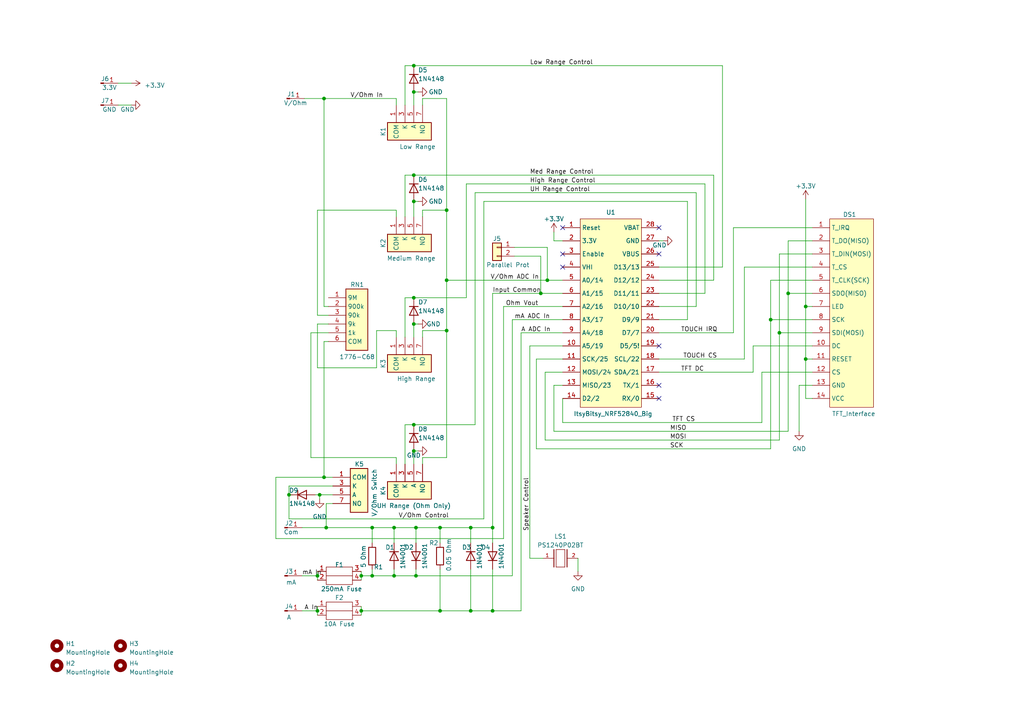
<source format=kicad_sch>
(kicad_sch (version 20230121) (generator eeschema)
  (paper "A4")
  (lib_symbols
    (symbol "502ProjectSymbols:1776-C68"
      (property "Reference" "RN" (at -2.54 13.97 0))
      (property "Value" "1776-C68" (at -2.54 11.43 0))
      (symbol "1776-C68_1_1"
        (rectangle (start -2.54 8.89) (end 3.81 -8.89) (stroke (width 0.254)) (fill (type background)))
        (pin passive line (at -7.62 6.35 0) (length 5.08) (name "9M") (number "1"))
        (pin passive line (at -7.62 3.81 0) (length 5.08) (name "900k") (number "2"))
        (pin passive line (at -7.62 1.27 0) (length 5.08) (name "90k") (number "3"))
        (pin passive line (at -7.62 -1.27 0) (length 5.08) (name "9k") (number "4"))
        (pin passive line (at -7.62 -3.81 0) (length 5.08) (name "1k") (number "5"))
        (pin passive line (at -7.62 -6.35 0) (length 5.08) (name "COM") (number "6"))
      )
    )
    (symbol "502ProjectSymbols:Fuse"
      (property "Reference" "F" (at 0 3.81 0))
      (property "Value" "Fuse" (at 0 -3.81 0))
      (symbol "Fuse_0_1"
        (rectangle (start -3.81 2.54) (end 3.81 -2.54))
        (polyline (pts (xy -3.81 0) (xy 3.81 0)))
      )
      (symbol "Fuse_1_1"
        (pin passive line (at -6.35 1.27 0) (length 2.54) (name "") (number "1"))
        (pin passive line (at -6.35 -1.27 0) (length 2.54) (name "") (number "2"))
        (pin passive line (at 6.35 1.27 180) (length 2.54) (name "") (number "3"))
        (pin passive line (at 6.35 -1.27 180) (length 2.54) (name "") (number "4"))
      )
    )
    (symbol "502ProjectSymbols:ItsyBitsy_NRF52840_Big"
      (property "Reference" "U1" (at 0 28.575 0))
      (property "Value" "ItsyBitsy_NRF52840_Big" (at 0.635 -29.845 0))
      (symbol "ItsyBitsy_NRF52840_Big_0_1"
        (rectangle (start -8.89 26.67) (end 8.89 -27.94) (fill (type background)))
      )
      (symbol "ItsyBitsy_NRF52840_Big_1_1"
        (pin input line (at -13.97 24.13 0) (length 5.08) (name "Reset") (number "1"))
        (pin input line (at -13.97 -10.16 0) (length 5.08) (name "A5/19") (number "10"))
        (pin bidirectional line (at -13.97 -13.97 0) (length 5.08) (name "SCK/25") (number "11"))
        (pin bidirectional line (at -13.97 -17.78 0) (length 5.08) (name "MOSI/24") (number "12"))
        (pin bidirectional line (at -13.97 -21.59 0) (length 5.08) (name "MISO/23") (number "13"))
        (pin bidirectional line (at -13.97 -25.4 0) (length 5.08) (name "D2/2") (number "14"))
        (pin bidirectional line (at 13.97 -25.4 180) (length 5.08) (name "RX/0") (number "15"))
        (pin bidirectional line (at 13.97 -21.59 180) (length 5.08) (name "TX/1") (number "16"))
        (pin bidirectional line (at 13.97 -17.78 180) (length 5.08) (name "SDA/21") (number "17"))
        (pin bidirectional line (at 13.97 -13.97 180) (length 5.08) (name "SCL/22") (number "18"))
        (pin bidirectional line (at 13.97 -10.16 180) (length 5.08) (name "D5/5!") (number "19"))
        (pin output line (at -13.97 20.32 0) (length 5.08) (name "3.3V") (number "2"))
        (pin bidirectional line (at 13.97 -6.35 180) (length 5.08) (name "D7/7") (number "20"))
        (pin bidirectional line (at 13.97 -2.54 180) (length 5.08) (name "D9/9") (number "21"))
        (pin bidirectional line (at 13.97 1.27 180) (length 5.08) (name "D10/10") (number "22"))
        (pin bidirectional line (at 13.97 5.08 180) (length 5.08) (name "D11/11") (number "23"))
        (pin bidirectional line (at 13.97 8.89 180) (length 5.08) (name "D12/12") (number "24"))
        (pin bidirectional line (at 13.97 12.7 180) (length 5.08) (name "D13/13") (number "25"))
        (pin bidirectional line (at 13.97 16.51 180) (length 5.08) (name "VBUS") (number "26"))
        (pin bidirectional line (at 13.97 20.32 180) (length 5.08) (name "GND") (number "27"))
        (pin bidirectional line (at 13.97 24.13 180) (length 5.08) (name "VBAT") (number "28"))
        (pin input line (at -13.97 16.51 0) (length 5.08) (name "Enable") (number "3"))
        (pin bidirectional line (at -13.97 12.7 0) (length 5.08) (name "VHI") (number "4"))
        (pin input line (at -13.97 8.89 0) (length 5.08) (name "A0/14") (number "5"))
        (pin input line (at -13.97 5.08 0) (length 5.08) (name "A1/15") (number "6"))
        (pin input line (at -13.97 1.27 0) (length 5.08) (name "A2/16") (number "7"))
        (pin input line (at -13.97 -2.54 0) (length 5.08) (name "A3/17") (number "8"))
        (pin input line (at -13.97 -6.35 0) (length 5.08) (name "A4/18") (number "9"))
      )
    )
    (symbol "502ProjectSymbols:PS1240P02BT" (pin_names (offset 1.016))
      (property "Reference" "LS" (at -3.81 3.81 0))
      (property "Value" "PS1240P02BT" (at -3.81 -5.08 0))
      (symbol "PS1240P02BT_0_0"
        (polyline (pts (xy -2.54 0) (xy -1.905 0)) (stroke (width 0.1524)))
        (polyline (pts (xy -1.905 -2.54) (xy -1.905 0)) (stroke (width 0.254)))
        (polyline (pts (xy -1.905 0) (xy -1.905 2.54)) (stroke (width 0.254)))
        (polyline (pts (xy -1.27 -2.54) (xy 1.27 -2.54)) (stroke (width 0.1524)))
        (polyline (pts (xy -1.27 2.54) (xy -1.27 -2.54)) (stroke (width 0.1524)))
        (polyline (pts (xy 1.27 -2.54) (xy 1.27 2.54)) (stroke (width 0.1524)))
        (polyline (pts (xy 1.27 2.54) (xy -1.27 2.54)) (stroke (width 0.1524)))
        (polyline (pts (xy 1.905 0) (xy 1.905 -2.54)) (stroke (width 0.254)))
        (polyline (pts (xy 1.905 0) (xy 2.54 0)) (stroke (width 0.1524)))
        (polyline (pts (xy 1.905 2.54) (xy 1.905 0)) (stroke (width 0.254)))
        (pin passive line (at -5.08 0 0) (length 2.54) (name "~") (number "1"))
        (pin passive line (at 5.08 0 180) (length 2.54) (name "~") (number "2"))
      )
    )
    (symbol "502ProjectSymbols:SIL03-1A72-71D"
      (property "Reference" "K" (at -1.27 8.89 0))
      (property "Value" "SIL03-1A72-71D" (at 3.81 -8.89 90))
      (symbol "SIL03-1A72-71D_1_1"
        (rectangle (start -2.54 6.35) (end 2.54 -6.35) (stroke (width 0.254)) (fill (type background)))
        (pin passive line (at -7.62 3.81 0) (length 5.08) (name "COM") (number "1"))
        (pin passive line (at -7.62 1.27 0) (length 5.08) (name "K") (number "3"))
        (pin passive line (at -7.62 -1.27 0) (length 5.08) (name "A") (number "5"))
        (pin passive line (at -7.62 -3.81 0) (length 5.08) (name "NO") (number "7"))
      )
    )
    (symbol "502ProjectSymbols:TFT_Interface"
      (property "Reference" "DS" (at -1.27 27.94 0))
      (property "Value" "TFT_Interface" (at 0 -29.21 0))
      (symbol "TFT_Interface_0_1"
        (rectangle (start -6.35 26.67) (end 6.35 -27.94) (fill (type background)))
      )
      (symbol "TFT_Interface_1_1"
        (pin passive line (at -11.43 24.13 0) (length 5.08) (name "T_IRQ") (number "1"))
        (pin passive line (at -11.43 -10.16 0) (length 5.08) (name "DC") (number "10"))
        (pin passive line (at -11.43 -13.97 0) (length 5.08) (name "RESET") (number "11"))
        (pin passive line (at -11.43 -17.78 0) (length 5.08) (name "CS") (number "12"))
        (pin passive line (at -11.43 -21.59 0) (length 5.08) (name "GND") (number "13"))
        (pin passive line (at -11.43 -25.4 0) (length 5.08) (name "VCC") (number "14"))
        (pin passive line (at -11.43 20.32 0) (length 5.08) (name "T_DO(MISO)") (number "2"))
        (pin passive line (at -11.43 16.51 0) (length 5.08) (name "T_DIN(MOSI)") (number "3"))
        (pin passive line (at -11.43 12.7 0) (length 5.08) (name "T_CS") (number "4"))
        (pin passive line (at -11.43 8.89 0) (length 5.08) (name "T_CLK(SCK)") (number "5"))
        (pin passive line (at -11.43 5.08 0) (length 5.08) (name "SDO(MISO)") (number "6"))
        (pin passive line (at -11.43 1.27 0) (length 5.08) (name "LED") (number "7"))
        (pin passive line (at -11.43 -2.54 0) (length 5.08) (name "SCK") (number "8"))
        (pin passive line (at -11.43 -6.35 0) (length 5.08) (name "SDI(MOSI)") (number "9"))
      )
    )
    (symbol "Connector:Conn_01x01_Pin" (pin_names (offset 1.016) hide)
      (property "Reference" "J" (at 0 2.54 0))
      (property "Value" "Conn_01x01_Pin" (at 0 -2.54 0))
      (symbol "Conn_01x01_Pin_1_1"
        (polyline (pts (xy 1.27 0) (xy 0.8636 0)) (stroke (width 0.1524)))
        (rectangle (start 0.8636 0.127) (end 0 -0.127) (stroke (width 0.1524)) (fill (type outline)))
        (pin passive line (at 5.08 0 180) (length 3.81) (name "Pin_1") (number "1"))
      )
    )
    (symbol "Connector_Generic:Conn_01x02" (pin_names (offset 1.016) hide)
      (property "Reference" "J" (at 0 2.54 0))
      (property "Value" "Conn_01x02" (at 0 -5.08 0))
      (symbol "Conn_01x02_1_1"
        (rectangle (start -1.27 -2.413) (end 0 -2.667) (stroke (width 0.1524)))
        (rectangle (start -1.27 0.127) (end 0 -0.127) (stroke (width 0.1524)))
        (rectangle (start -1.27 1.27) (end 1.27 -3.81) (stroke (width 0.254)) (fill (type background)))
        (pin passive line (at -5.08 0 0) (length 3.81) (name "Pin_1") (number "1"))
        (pin passive line (at -5.08 -2.54 0) (length 3.81) (name "Pin_2") (number "2"))
      )
    )
    (symbol "Device:R" (pin_numbers hide) (pin_names (offset 0))
      (property "Reference" "R" (at 2.032 0 90))
      (property "Value" "R" (at 0 0 90))
      (symbol "R_0_1"
        (rectangle (start -1.016 -2.54) (end 1.016 2.54) (stroke (width 0.254)))
      )
      (symbol "R_1_1"
        (pin passive line (at 0 3.81 270) (length 1.27) (name "~") (number "1"))
        (pin passive line (at 0 -3.81 90) (length 1.27) (name "~") (number "2"))
      )
    )
    (symbol "Diode:1N4001" (pin_numbers hide) (pin_names hide)
      (property "Reference" "D" (at 0 2.54 0))
      (property "Value" "1N4001" (at 0 -2.54 0))
      (symbol "1N4001_0_1"
        (polyline (pts (xy -1.27 1.27) (xy -1.27 -1.27)) (stroke (width 0.254)))
        (polyline (pts (xy 1.27 0) (xy -1.27 0)))
        (polyline (pts (xy 1.27 1.27) (xy 1.27 -1.27) (xy -1.27 0) (xy 1.27 1.27)) (stroke (width 0.254)))
      )
      (symbol "1N4001_1_1"
        (pin passive line (at -3.81 0 0) (length 2.54) (name "K") (number "1"))
        (pin passive line (at 3.81 0 180) (length 2.54) (name "A") (number "2"))
      )
    )
    (symbol "Diode:1N4148" (pin_numbers hide) (pin_names hide)
      (property "Reference" "D" (at 0 2.54 0))
      (property "Value" "1N4148" (at 0 -2.54 0))
      (symbol "1N4148_0_1"
        (polyline (pts (xy -1.27 1.27) (xy -1.27 -1.27)) (stroke (width 0.254)))
        (polyline (pts (xy 1.27 0) (xy -1.27 0)))
        (polyline (pts (xy 1.27 1.27) (xy 1.27 -1.27) (xy -1.27 0) (xy 1.27 1.27)) (stroke (width 0.254)))
      )
      (symbol "1N4148_1_1"
        (pin passive line (at -3.81 0 0) (length 2.54) (name "K") (number "1"))
        (pin passive line (at 3.81 0 180) (length 2.54) (name "A") (number "2"))
      )
    )
    (symbol "Mechanical:MountingHole" (pin_names (offset 1.016))
      (property "Reference" "H" (at 0 5.08 0))
      (property "Value" "MountingHole" (at 0 3.175 0))
      (symbol "MountingHole_0_1"
        (circle (center 0 0) (radius 1.27) (stroke (width 1.27)))
      )
    )
    (symbol "power:+3.3V" (power) (pin_names (offset 0))
      (property "Value" "+3.3V" (at 0 3.556 0))
      (symbol "+3.3V_0_1"
        (polyline (pts (xy -0.762 1.27) (xy 0 2.54)))
        (polyline (pts (xy 0 0) (xy 0 2.54)))
        (polyline (pts (xy 0 2.54) (xy 0.762 1.27)))
      )
      (symbol "+3.3V_1_1"
        (pin power_in line (at 0 0 90) (length 0) hide (name "+3.3V") (number "1"))
      )
    )
    (symbol "power:GND" (power) (pin_names (offset 0))
      (property "Value" "GND" (at 0 -3.81 0))
      (symbol "GND_0_1"
        (polyline (pts (xy 0 0) (xy 0 -1.27) (xy 1.27 -1.27) (xy 0 -2.54) (xy -1.27 -1.27) (xy 0 -1.27)))
      )
      (symbol "GND_1_1"
        (pin power_in line (at 0 0 270) (length 0) hide (name "GND") (number "1"))
      )
    )
  )
  (junction (at 228.6 85.09))
  (junction (at 142.875 153.035))
  (junction (at 92.075 177.165))
  (junction (at 129.54 95.885))
  (junction (at 158.75 81.28))
  (junction (at 120.015 130.81))
  (junction (at 92.075 167.005))
  (junction (at 127.635 177.165))
  (junction (at 104.775 177.165))
  (junction (at 93.98 28.575))
  (junction (at 127.635 153.035))
  (junction (at 93.98 138.43))
  (junction (at 120.015 123.19))
  (junction (at 83.82 143.51))
  (junction (at 136.525 153.035))
  (junction (at 120.015 93.98))
  (junction (at 136.525 177.165))
  (junction (at 120.015 26.67))
  (junction (at 92.71 143.51))
  (junction (at 120.015 58.42))
  (junction (at 107.95 167.005))
  (junction (at 233.68 104.14))
  (junction (at 120.65 167.005))
  (junction (at 120.65 153.035))
  (junction (at 156.845 85.09))
  (junction (at 142.875 177.165))
  (junction (at 120.015 86.36))
  (junction (at 120.015 50.8))
  (junction (at 107.95 153.035))
  (junction (at 223.52 92.71))
  (junction (at 94.615 153.035))
  (junction (at 129.54 60.96))
  (junction (at 129.54 81.28))
  (junction (at 114.3 153.035))
  (junction (at 120.015 19.05))
  (junction (at 226.06 96.52))
  (junction (at 114.3 167.005))
  (junction (at 104.775 167.005))
  (junction (at 233.68 88.9))
  (no_connect (at 191.135 66.04))
  (no_connect (at 191.135 111.76))
  (no_connect (at 191.135 73.66))
  (no_connect (at 191.135 100.33))
  (no_connect (at 163.195 77.47))
  (no_connect (at 163.195 73.66))
  (no_connect (at 163.195 66.04))
  (no_connect (at 191.135 115.57))
  (wire (pts (xy 107.95 167.005) (xy 107.95 165.1)))
  (wire (pts (xy 91.44 143.51) (xy 92.71 143.51)))
  (wire (pts (xy 95.25 99.06) (xy 93.98 99.06)))
  (wire (pts (xy 142.875 153.035) (xy 142.875 157.48)))
  (wire (pts (xy 135.255 86.36) (xy 135.255 53.34)))
  (wire (pts (xy 117.475 19.05) (xy 120.015 19.05)))
  (wire (pts (xy 160.655 111.76) (xy 160.655 125.095)))
  (wire (pts (xy 104.775 177.165) (xy 104.775 175.895)))
  (wire (pts (xy 114.3 165.1) (xy 114.3 167.005)))
  (wire (pts (xy 122.555 60.96) (xy 122.555 62.865)))
  (wire (pts (xy 153.67 100.33) (xy 153.67 161.925)))
  (wire (pts (xy 122.555 28.575) (xy 129.54 28.575)))
  (wire (pts (xy 120.015 58.42) (xy 120.015 57.785)))
  (wire (pts (xy 83.82 143.51) (xy 85.09 143.51)))
  (wire (pts (xy 153.67 100.33) (xy 163.195 100.33)))
  (wire (pts (xy 136.525 177.165) (xy 142.875 177.165)))
  (wire (pts (xy 235.585 104.14) (xy 233.68 104.14)))
  (wire (pts (xy 157.48 161.925) (xy 153.67 161.925)))
  (wire (pts (xy 151.13 96.52) (xy 151.13 177.165)))
  (wire (pts (xy 191.135 77.47) (xy 209.55 77.47)))
  (wire (pts (xy 121.285 130.81) (xy 120.015 130.81)))
  (wire (pts (xy 104.775 177.165) (xy 104.775 178.435)))
  (wire (pts (xy 235.585 100.33) (xy 218.44 100.33)))
  (wire (pts (xy 96.52 140.97) (xy 83.82 140.97)))
  (wire (pts (xy 142.875 165.1) (xy 142.875 177.165)))
  (wire (pts (xy 223.52 81.28) (xy 223.52 92.71)))
  (wire (pts (xy 156.845 74.295) (xy 156.845 85.09)))
  (wire (pts (xy 38.1 24.13) (xy 34.29 24.13)))
  (wire (pts (xy 129.54 95.885) (xy 129.54 132.715)))
  (wire (pts (xy 212.725 96.52) (xy 191.135 96.52)))
  (wire (pts (xy 109.22 95.885) (xy 114.935 95.885)))
  (wire (pts (xy 146.05 88.9) (xy 163.195 88.9)))
  (wire (pts (xy 94.615 146.05) (xy 96.52 146.05)))
  (wire (pts (xy 87.63 177.165) (xy 92.075 177.165)))
  (wire (pts (xy 129.54 28.575) (xy 129.54 60.96)))
  (wire (pts (xy 120.015 26.67) (xy 121.285 26.67)))
  (wire (pts (xy 209.55 19.05) (xy 209.55 77.47)))
  (wire (pts (xy 94.615 146.05) (xy 94.615 153.035)))
  (wire (pts (xy 114.3 153.035) (xy 114.3 157.48)))
  (wire (pts (xy 120.015 19.05) (xy 209.55 19.05)))
  (wire (pts (xy 146.05 88.9) (xy 146.05 156.21)))
  (wire (pts (xy 80.01 138.43) (xy 93.98 138.43)))
  (wire (pts (xy 231.775 111.76) (xy 231.775 125.095)))
  (wire (pts (xy 121.285 58.42) (xy 120.015 58.42)))
  (wire (pts (xy 120.015 58.42) (xy 120.015 62.865)))
  (wire (pts (xy 235.585 88.9) (xy 233.68 88.9)))
  (wire (pts (xy 117.475 123.19) (xy 120.015 123.19)))
  (wire (pts (xy 120.015 93.98) (xy 120.015 97.79)))
  (wire (pts (xy 228.6 69.85) (xy 228.6 85.09)))
  (wire (pts (xy 148.59 92.71) (xy 163.195 92.71)))
  (wire (pts (xy 235.585 69.85) (xy 228.6 69.85)))
  (wire (pts (xy 92.075 106.68) (xy 109.22 106.68)))
  (wire (pts (xy 215.9 77.47) (xy 215.9 104.14)))
  (wire (pts (xy 120.65 153.035) (xy 120.65 157.48)))
  (wire (pts (xy 95.25 93.98) (xy 92.075 93.98)))
  (wire (pts (xy 88.265 28.575) (xy 93.98 28.575)))
  (wire (pts (xy 235.585 66.04) (xy 212.725 66.04)))
  (wire (pts (xy 226.06 96.52) (xy 235.585 96.52)))
  (wire (pts (xy 191.135 69.85) (xy 192.405 69.85)))
  (wire (pts (xy 129.54 81.28) (xy 129.54 95.885)))
  (wire (pts (xy 127.635 177.165) (xy 127.635 165.1)))
  (wire (pts (xy 129.54 81.28) (xy 158.75 81.28)))
  (wire (pts (xy 233.68 88.9) (xy 233.68 104.14)))
  (wire (pts (xy 235.585 81.28) (xy 223.52 81.28)))
  (wire (pts (xy 158.115 107.95) (xy 158.115 127.635)))
  (wire (pts (xy 94.615 153.035) (xy 107.95 153.035)))
  (wire (pts (xy 220.98 107.95) (xy 220.98 122.555)))
  (wire (pts (xy 87.63 153.035) (xy 94.615 153.035)))
  (wire (pts (xy 92.075 177.165) (xy 92.075 175.895)))
  (wire (pts (xy 92.075 177.165) (xy 92.075 178.435)))
  (wire (pts (xy 212.725 66.04) (xy 212.725 96.52)))
  (wire (pts (xy 163.195 111.76) (xy 160.655 111.76)))
  (wire (pts (xy 136.525 165.1) (xy 136.525 177.165)))
  (wire (pts (xy 235.585 107.95) (xy 220.98 107.95)))
  (wire (pts (xy 120.015 86.36) (xy 135.255 86.36)))
  (wire (pts (xy 220.98 122.555) (xy 163.195 122.555)))
  (wire (pts (xy 191.135 107.95) (xy 218.44 107.95)))
  (wire (pts (xy 158.75 71.755) (xy 158.75 81.28)))
  (wire (pts (xy 127.635 153.035) (xy 127.635 157.48)))
  (wire (pts (xy 92.075 91.44) (xy 92.075 60.96)))
  (wire (pts (xy 207.01 50.8) (xy 207.01 81.28)))
  (wire (pts (xy 158.75 81.28) (xy 163.195 81.28)))
  (wire (pts (xy 226.06 127.635) (xy 226.06 96.52)))
  (wire (pts (xy 83.82 150.495) (xy 140.335 150.495)))
  (wire (pts (xy 191.135 85.09) (xy 204.47 85.09)))
  (wire (pts (xy 93.98 138.43) (xy 96.52 138.43)))
  (wire (pts (xy 80.01 156.21) (xy 80.01 138.43)))
  (wire (pts (xy 38.1 30.48) (xy 34.29 30.48)))
  (wire (pts (xy 93.98 28.575) (xy 93.98 88.9)))
  (wire (pts (xy 129.54 132.715) (xy 122.555 132.715)))
  (wire (pts (xy 163.195 104.14) (xy 155.575 104.14)))
  (wire (pts (xy 109.22 106.68) (xy 109.22 95.885)))
  (wire (pts (xy 92.075 167.005) (xy 92.075 168.275)))
  (wire (pts (xy 120.015 123.19) (xy 137.795 123.19)))
  (wire (pts (xy 122.555 60.96) (xy 129.54 60.96)))
  (wire (pts (xy 104.775 177.165) (xy 127.635 177.165)))
  (wire (pts (xy 142.875 177.165) (xy 151.13 177.165)))
  (wire (pts (xy 142.875 85.09) (xy 156.845 85.09)))
  (wire (pts (xy 223.52 130.175) (xy 223.52 92.71)))
  (wire (pts (xy 235.585 77.47) (xy 215.9 77.47)))
  (wire (pts (xy 122.555 95.885) (xy 122.555 97.79)))
  (wire (pts (xy 158.115 127.635) (xy 226.06 127.635)))
  (wire (pts (xy 233.68 104.14) (xy 233.68 115.57)))
  (wire (pts (xy 93.98 99.06) (xy 93.98 138.43)))
  (wire (pts (xy 80.01 156.21) (xy 146.05 156.21)))
  (wire (pts (xy 233.68 115.57) (xy 235.585 115.57)))
  (wire (pts (xy 117.475 97.79) (xy 117.475 86.36)))
  (wire (pts (xy 90.17 132.715) (xy 114.935 132.715)))
  (wire (pts (xy 95.25 96.52) (xy 90.17 96.52)))
  (wire (pts (xy 201.93 55.88) (xy 201.93 88.9)))
  (wire (pts (xy 107.95 167.005) (xy 114.3 167.005)))
  (wire (pts (xy 107.95 153.035) (xy 107.95 157.48)))
  (wire (pts (xy 135.255 53.34) (xy 204.47 53.34)))
  (wire (pts (xy 121.285 93.98) (xy 120.015 93.98)))
  (wire (pts (xy 163.195 107.95) (xy 158.115 107.95)))
  (wire (pts (xy 92.075 93.98) (xy 92.075 106.68)))
  (wire (pts (xy 120.015 50.8) (xy 207.01 50.8)))
  (wire (pts (xy 92.71 144.78) (xy 92.71 143.51)))
  (wire (pts (xy 156.845 85.09) (xy 163.195 85.09)))
  (wire (pts (xy 137.795 123.19) (xy 137.795 55.88)))
  (wire (pts (xy 231.775 111.76) (xy 235.585 111.76)))
  (wire (pts (xy 92.075 60.96) (xy 114.935 60.96)))
  (wire (pts (xy 163.195 69.85) (xy 160.655 69.85)))
  (wire (pts (xy 122.555 132.715) (xy 122.555 134.62)))
  (wire (pts (xy 149.225 71.755) (xy 158.75 71.755)))
  (wire (pts (xy 155.575 104.14) (xy 155.575 130.175)))
  (wire (pts (xy 151.13 96.52) (xy 163.195 96.52)))
  (wire (pts (xy 167.64 161.925) (xy 167.64 165.735)))
  (wire (pts (xy 114.3 167.005) (xy 120.65 167.005)))
  (wire (pts (xy 160.655 125.095) (xy 228.6 125.095)))
  (wire (pts (xy 114.935 60.96) (xy 114.935 62.865)))
  (wire (pts (xy 191.135 81.28) (xy 207.01 81.28)))
  (wire (pts (xy 117.475 50.8) (xy 120.015 50.8)))
  (wire (pts (xy 104.775 165.735) (xy 104.775 167.005)))
  (wire (pts (xy 199.39 58.42) (xy 199.39 92.71)))
  (wire (pts (xy 120.015 26.67) (xy 120.015 30.48)))
  (wire (pts (xy 107.95 153.035) (xy 114.3 153.035)))
  (wire (pts (xy 104.775 167.005) (xy 107.95 167.005)))
  (wire (pts (xy 129.54 60.96) (xy 129.54 81.28)))
  (wire (pts (xy 127.635 153.035) (xy 136.525 153.035)))
  (wire (pts (xy 120.015 130.81) (xy 120.015 134.62)))
  (wire (pts (xy 149.225 74.295) (xy 156.845 74.295)))
  (wire (pts (xy 114.935 132.715) (xy 114.935 134.62)))
  (wire (pts (xy 117.475 62.865) (xy 117.475 50.8)))
  (wire (pts (xy 122.555 28.575) (xy 122.555 30.48)))
  (wire (pts (xy 95.25 91.44) (xy 92.075 91.44)))
  (wire (pts (xy 223.52 92.71) (xy 235.585 92.71)))
  (wire (pts (xy 155.575 130.175) (xy 223.52 130.175)))
  (wire (pts (xy 122.555 95.885) (xy 129.54 95.885)))
  (wire (pts (xy 140.335 58.42) (xy 199.39 58.42)))
  (wire (pts (xy 218.44 100.33) (xy 218.44 107.95)))
  (wire (pts (xy 114.935 95.885) (xy 114.935 97.79)))
  (wire (pts (xy 117.475 134.62) (xy 117.475 123.19)))
  (wire (pts (xy 228.6 85.09) (xy 235.585 85.09)))
  (wire (pts (xy 163.195 122.555) (xy 163.195 115.57)))
  (wire (pts (xy 114.935 28.575) (xy 114.935 30.48)))
  (wire (pts (xy 120.65 153.035) (xy 127.635 153.035)))
  (wire (pts (xy 235.585 73.66) (xy 226.06 73.66)))
  (wire (pts (xy 233.68 88.9) (xy 233.68 57.785)))
  (wire (pts (xy 127.635 177.165) (xy 136.525 177.165)))
  (wire (pts (xy 137.795 55.88) (xy 201.93 55.88)))
  (wire (pts (xy 140.335 150.495) (xy 140.335 58.42)))
  (wire (pts (xy 83.82 143.51) (xy 83.82 150.495)))
  (wire (pts (xy 199.39 92.71) (xy 191.135 92.71)))
  (wire (pts (xy 120.65 167.005) (xy 148.59 167.005)))
  (wire (pts (xy 215.9 104.14) (xy 191.135 104.14)))
  (wire (pts (xy 117.475 19.05) (xy 117.475 30.48)))
  (wire (pts (xy 142.875 85.09) (xy 142.875 153.035)))
  (wire (pts (xy 87.63 167.005) (xy 92.075 167.005)))
  (wire (pts (xy 104.775 167.005) (xy 104.775 168.275)))
  (wire (pts (xy 201.93 88.9) (xy 191.135 88.9)))
  (wire (pts (xy 136.525 153.035) (xy 142.875 153.035)))
  (wire (pts (xy 204.47 53.34) (xy 204.47 85.09)))
  (wire (pts (xy 117.475 86.36) (xy 120.015 86.36)))
  (wire (pts (xy 95.25 88.9) (xy 93.98 88.9)))
  (wire (pts (xy 92.71 143.51) (xy 96.52 143.51)))
  (wire (pts (xy 136.525 153.035) (xy 136.525 157.48)))
  (wire (pts (xy 148.59 92.71) (xy 148.59 167.005)))
  (wire (pts (xy 226.06 73.66) (xy 226.06 96.52)))
  (wire (pts (xy 160.655 69.85) (xy 160.655 67.31)))
  (wire (pts (xy 92.075 167.005) (xy 92.075 165.735)))
  (wire (pts (xy 90.17 96.52) (xy 90.17 132.715)))
  (wire (pts (xy 228.6 125.095) (xy 228.6 85.09)))
  (wire (pts (xy 93.98 28.575) (xy 114.935 28.575)))
  (wire (pts (xy 120.65 165.1) (xy 120.65 167.005)))
  (wire (pts (xy 114.3 153.035) (xy 120.65 153.035)))
  (wire (pts (xy 83.82 140.97) (xy 83.82 143.51)))
  (label "TFT DC" (at 197.485 107.95 0))
  (label "SCK" (at 194.31 130.175 0))
  (label "Speaker Control" (at 153.67 138.43 270))
  (label "V{slash}Ohm Control" (at 115.57 150.495 0))
  (label "A In" (at 88.265 177.165 0))
  (label "Ohm Vout" (at 146.685 88.9 0))
  (label "TOUCH IRQ" (at 197.485 96.52 0))
  (label "MOSI" (at 194.31 127.635 0))
  (label "High Range Control" (at 153.67 53.34 0))
  (label "V{slash}Ohm ADC In" (at 142.24 81.28 0))
  (label "Input Common" (at 142.875 85.09 0))
  (label "UH Range Control" (at 153.67 55.88 0))
  (label "TFT CS" (at 194.945 122.555 0))
  (label "A ADC In" (at 151.13 96.52 0))
  (label "mA ADC In" (at 149.225 92.71 0))
  (label "Med Range Control" (at 153.67 50.8 0))
  (label "TOUCH CS" (at 198.12 104.14 0))
  (label "Low Range Control" (at 153.67 19.05 0))
  (label "V{slash}Ohm In" (at 101.6 28.575 0))
  (label "MISO" (at 194.31 125.095 0))
  (label "mA In" (at 87.63 167.005 0))
  (symbol (lib_id "Device:R") (at 127.635 161.29 180) (unit 1)
    (property "Reference" "R2" (at 124.46 157.48 0) (effects (justify right)))
    (property "Value" "0.05 Ohm" (at 130.175 165.735 90) (effects (justify right)))
    (property "Footprint" "502ProjectFootprints:LOB-1528272_3" (effects hide))
  )
  (symbol (lib_id "Diode:1N4148") (at 120.015 127 270) (unit 1)
    (property "Reference" "D8" (at 121.285 124.46 90) (effects (justify left)))
    (property "Value" "1N4148" (at 121.285 127 90) (effects (justify left)))
    (property "Footprint" "Diode_THT:D_DO-35_SOD27_P7.62mm_Horizontal" (effects hide))
    (property "Datasheet" "https://assets.nexperia.com/documents/data-sheet/1N4148_1N4448.pdf" (effects hide))
    (property "Sim.Device" "D" (effects hide))
    (property "Sim.Pins" "1=K 2=A" (effects hide))
  )
  (symbol (lib_id "power:GND") (at 121.285 58.42 90) (unit 1)
    (property "Reference" "#PWR09" (effects hide))
    (property "Value" "GND" (at 126.365 58.42 90))
  )
  (symbol (lib_id "Diode:1N4148") (at 87.63 143.51 0) (unit 1)
    (property "Reference" "D9" (at 83.82 142.24 0) (effects (justify left)))
    (property "Value" "1N4148" (at 83.82 146.05 0) (effects (justify left)))
    (property "Footprint" "Diode_THT:D_DO-35_SOD27_P7.62mm_Horizontal" (effects hide))
    (property "Datasheet" "https://assets.nexperia.com/documents/data-sheet/1N4148_1N4448.pdf" (effects hide))
    (property "Sim.Device" "D" (effects hide))
    (property "Sim.Pins" "1=K 2=A" (effects hide))
  )
  (symbol (lib_id "power:GND") (at 167.64 165.735 0) (unit 1)
    (property "Reference" "#PWR010" (effects hide))
    (property "Value" "GND" (at 167.64 170.815 0))
  )
  (symbol (lib_id "Mechanical:MountingHole") (at 34.925 193.04 0) (unit 1)
    (property "Reference" "H4" (at 37.465 192.405 0) (effects (justify left)))
    (property "Value" "MountingHole" (at 37.465 194.945 0) (effects (justify left)))
    (property "Footprint" "502ProjectFootprints:MountingHole_3mm" (effects hide))
  )
  (symbol (lib_id "Connector:Conn_01x01_Pin") (at 82.55 153.035 0) (unit 1)
    (property "Reference" "J2" (at 83.82 151.765 0))
    (property "Value" "Com" (at 84.455 154.305 0))
    (property "Footprint" "502ProjectFootprints:PinHeader_1x01_P2.54mm_Vertical_H0.8mm" (effects hide))
  )
  (symbol (lib_id "Diode:1N4148") (at 120.015 90.17 270) (unit 1)
    (property "Reference" "D7" (at 121.285 87.63 90) (effects (justify left)))
    (property "Value" "1N4148" (at 121.285 90.17 90) (effects (justify left)))
    (property "Footprint" "Diode_THT:D_DO-35_SOD27_P7.62mm_Horizontal" (effects hide))
    (property "Datasheet" "https://assets.nexperia.com/documents/data-sheet/1N4148_1N4448.pdf" (effects hide))
    (property "Sim.Device" "D" (effects hide))
    (property "Sim.Pins" "1=K 2=A" (effects hide))
  )
  (symbol (lib_id "power:+3.3V") (at 38.1 24.13 270) (unit 1)
    (property "Reference" "#PWR012" (effects hide))
    (property "Value" "+3.3V" (at 41.91 24.765 90) (effects (justify left)))
  )
  (symbol (lib_id "502ProjectSymbols:SIL03-1A72-71D") (at 118.745 70.485 90) (mirror x) (unit 1)
    (property "Reference" "K2" (at 111.125 69.215 0) (effects (justify left)))
    (property "Value" "Medium Range" (at 126.365 74.93 90) (effects (justify left)))
    (property "Footprint" "502ProjectFootprints:SIL03-1A72-71_4" (effects hide))
    (property "Datasheet" "https://4a30d8fd18dae1bf393d-df49f4cedb726ad03ad145d2e3d346bd.ssl.cf5.rackcdn.com/datasheets/33/3303172171e.pdf" (effects hide))
    (property "Height" "7.8" (effects hide))
    (property "Manufacturer_Name" "Meder" (effects hide))
    (property "Manufacturer_Part_Number" "SIL03-1A72-71D" (effects hide))
    (property "Mouser Part Number" "876-SIL03-1A72-71D" (effects hide))
    (property "Mouser Price/Stock" "https://www.mouser.co.uk/ProductDetail/MEDER-electronic-Standex/SIL03-1A72-71D?qs=XQXp6f9AQWAyfFxxKRfX0Q%3D%3D" (effects hide))
  )
  (symbol (lib_id "Mechanical:MountingHole") (at 16.51 187.325 0) (unit 1)
    (property "Reference" "H1" (at 19.05 186.69 0) (effects (justify left)))
    (property "Value" "MountingHole" (at 19.05 189.23 0) (effects (justify left)))
    (property "Footprint" "502ProjectFootprints:MountingHole_3mm" (effects hide))
  )
  (symbol (lib_id "Device:R") (at 107.95 161.29 0) (unit 1)
    (property "Reference" "R1" (at 111.125 164.465 0) (effects (justify right)))
    (property "Value" "5 Ohm" (at 105.41 158.115 90) (effects (justify right)))
    (property "Footprint" "Resistor_THT:R_Axial_DIN0207_L6.3mm_D2.5mm_P2.54mm_Vertical" (effects hide))
  )
  (symbol (lib_id "502ProjectSymbols:TFT_Interface") (at 247.015 90.17 0) (unit 1)
    (property "Reference" "DS1" (at 244.475 62.23 0) (effects (justify left)))
    (property "Value" "TFT_Interface" (at 241.3 120.015 0) (effects (justify left)))
    (property "Footprint" "502ProjectFootprints:PinHeader_1x14_P2.54mm_Vertical_H0.9mm" (effects hide))
  )
  (symbol (lib_id "502ProjectSymbols:SIL03-1A72-71D") (at 104.14 142.24 0) (unit 1)
    (property "Reference" "K5" (at 102.87 134.62 0) (effects (justify left)))
    (property "Value" "V/Ohm Switch" (at 108.585 149.86 90) (effects (justify left)))
    (property "Footprint" "502ProjectFootprints:SIL03-1A72-71_4" (effects hide))
    (property "Datasheet" "https://4a30d8fd18dae1bf393d-df49f4cedb726ad03ad145d2e3d346bd.ssl.cf5.rackcdn.com/datasheets/33/3303172171e.pdf" (effects hide))
    (property "Height" "7.8" (effects hide))
    (property "Manufacturer_Name" "Meder" (effects hide))
    (property "Manufacturer_Part_Number" "SIL03-1A72-71D" (effects hide))
    (property "Mouser Part Number" "876-SIL03-1A72-71D" (effects hide))
    (property "Mouser Price/Stock" "https://www.mouser.co.uk/ProductDetail/MEDER-electronic-Standex/SIL03-1A72-71D?qs=XQXp6f9AQWAyfFxxKRfX0Q%3D%3D" (effects hide))
  )
  (symbol (lib_id "502ProjectSymbols:SIL03-1A72-71D") (at 118.745 38.1 90) (mirror x) (unit 1)
    (property "Reference" "K1" (at 111.125 36.83 0) (effects (justify left)))
    (property "Value" "Low Range" (at 126.365 42.545 90) (effects (justify left)))
    (property "Footprint" "502ProjectFootprints:SIL03-1A72-71_4" (effects hide))
    (property "Datasheet" "https://4a30d8fd18dae1bf393d-df49f4cedb726ad03ad145d2e3d346bd.ssl.cf5.rackcdn.com/datasheets/33/3303172171e.pdf" (effects hide))
    (property "Height" "7.8" (effects hide))
    (property "Manufacturer_Name" "Meder" (effects hide))
    (property "Manufacturer_Part_Number" "SIL03-1A72-71D" (effects hide))
    (property "Mouser Part Number" "876-SIL03-1A72-71D" (effects hide))
    (property "Mouser Price/Stock" "https://www.mouser.co.uk/ProductDetail/MEDER-electronic-Standex/SIL03-1A72-71D?qs=XQXp6f9AQWAyfFxxKRfX0Q%3D%3D" (effects hide))
  )
  (symbol (lib_id "power:GND") (at 121.285 26.67 90) (unit 1)
    (property "Reference" "#PWR05" (effects hide))
    (property "Value" "GND" (at 126.365 26.67 90))
  )
  (symbol (lib_id "502ProjectSymbols:Fuse") (at 98.425 167.005 0) (unit 1)
    (property "Reference" "F1" (at 98.425 163.83 0))
    (property "Value" "250mA Fuse" (at 99.06 170.815 0))
    (property "Footprint" "502ProjectFootprints:LF124061_1" (effects hide))
  )
  (symbol (lib_id "Diode:1N4001") (at 114.3 161.29 270) (unit 1)
    (property "Reference" "D1" (at 111.76 158.75 90) (effects (justify left)))
    (property "Value" "1N4001" (at 116.84 157.48 0) (effects (justify left)))
    (property "Footprint" "Diode_THT:D_DO-41_SOD81_P10.16mm_Horizontal" (effects hide))
    (property "Datasheet" "http://www.vishay.com/docs/88503/1n4001.pdf" (effects hide))
    (property "Sim.Device" "D" (effects hide))
    (property "Sim.Pins" "1=K 2=A" (effects hide))
  )
  (symbol (lib_id "502ProjectSymbols:SIL03-1A72-71D") (at 118.745 105.41 90) (mirror x) (unit 1)
    (property "Reference" "K3" (at 111.125 104.14 0) (effects (justify left)))
    (property "Value" "High Range" (at 126.365 109.855 90) (effects (justify left)))
    (property "Footprint" "502ProjectFootprints:SIL03-1A72-71_4" (effects hide))
    (property "Datasheet" "https://4a30d8fd18dae1bf393d-df49f4cedb726ad03ad145d2e3d346bd.ssl.cf5.rackcdn.com/datasheets/33/3303172171e.pdf" (effects hide))
    (property "Height" "7.8" (effects hide))
    (property "Manufacturer_Name" "Meder" (effects hide))
    (property "Manufacturer_Part_Number" "SIL03-1A72-71D" (effects hide))
    (property "Mouser Part Number" "876-SIL03-1A72-71D" (effects hide))
    (property "Mouser Price/Stock" "https://www.mouser.co.uk/ProductDetail/MEDER-electronic-Standex/SIL03-1A72-71D?qs=XQXp6f9AQWAyfFxxKRfX0Q%3D%3D" (effects hide))
  )
  (symbol (lib_id "power:GND") (at 231.775 125.095 0) (unit 1)
    (property "Reference" "#PWR03" (effects hide))
    (property "Value" "GND" (at 231.775 130.175 0))
  )
  (symbol (lib_id "Diode:1N4001") (at 142.875 161.29 90) (unit 1)
    (property "Reference" "D4" (at 142.24 158.75 90) (effects (justify left)))
    (property "Value" "1N4001" (at 145.415 165.1 0) (effects (justify left)))
    (property "Footprint" "Diode_THT:D_DO-41_SOD81_P10.16mm_Horizontal" (effects hide))
    (property "Datasheet" "http://www.vishay.com/docs/88503/1n4001.pdf" (effects hide))
    (property "Sim.Device" "D" (effects hide))
    (property "Sim.Pins" "1=K 2=A" (effects hide))
  )
  (symbol (lib_id "Diode:1N4001") (at 120.65 161.29 90) (unit 1)
    (property "Reference" "D2" (at 120.015 158.75 90) (effects (justify left)))
    (property "Value" "1N4001" (at 123.19 165.1 0) (effects (justify left)))
    (property "Footprint" "Diode_THT:D_DO-41_SOD81_P10.16mm_Horizontal" (effects hide))
    (property "Datasheet" "http://www.vishay.com/docs/88503/1n4001.pdf" (effects hide))
    (property "Sim.Device" "D" (effects hide))
    (property "Sim.Pins" "1=K 2=A" (effects hide))
  )
  (symbol (lib_id "power:+3.3V") (at 160.655 67.31 0) (unit 1)
    (property "Reference" "#PWR01" (effects hide))
    (property "Value" "+3.3V" (at 160.655 63.5 0))
  )
  (symbol (lib_id "502ProjectSymbols:PS1240P02BT") (at 162.56 161.925 0) (unit 1)
    (property "Reference" "LS1" (at 162.56 155.575 0))
    (property "Value" "PS1240P02BT" (at 162.56 158.115 0))
    (property "Footprint" "502ProjectFootprints:XDCR_PS1240P02BT" (effects hide))
    (property "MF" "TDK" (effects hide))
    (property "PRICE" "None" (effects hide))
    (property "AVAILABILITY" "Unavailable" (effects hide))
    (property "PACKAGE" "SIP-5 TDK" (effects hide))
    (property "MAXIMUM_PACKAGE_HEIGHT" "7.0mm" (effects hide))
    (property "DESCRIPTION" "Buzzers Transducer, Externally Driven Piezo 3V 4kHz 60dB @ 3V, 10cm Through Hole PC Pins" (effects hide))
    (property "MP" "PS1240P02CT3" (effects hide))
  )
  (symbol (lib_id "502ProjectSymbols:SIL03-1A72-71D") (at 118.745 142.24 90) (mirror x) (unit 1)
    (property "Reference" "K4" (at 111.125 140.97 0) (effects (justify left)))
    (property "Value" "UH Range (Ohm Only)" (at 130.81 146.685 90) (effects (justify left)))
    (property "Footprint" "502ProjectFootprints:SIL03-1A72-71_4" (effects hide))
    (property "Datasheet" "https://4a30d8fd18dae1bf393d-df49f4cedb726ad03ad145d2e3d346bd.ssl.cf5.rackcdn.com/datasheets/33/3303172171e.pdf" (effects hide))
    (property "Height" "7.8" (effects hide))
    (property "Manufacturer_Name" "Meder" (effects hide))
    (property "Manufacturer_Part_Number" "SIL03-1A72-71D" (effects hide))
    (property "Mouser Part Number" "876-SIL03-1A72-71D" (effects hide))
    (property "Mouser Price/Stock" "https://www.mouser.co.uk/ProductDetail/MEDER-electronic-Standex/SIL03-1A72-71D?qs=XQXp6f9AQWAyfFxxKRfX0Q%3D%3D" (effects hide))
  )
  (symbol (lib_id "power:GND") (at 121.285 93.98 90) (unit 1)
    (property "Reference" "#PWR06" (effects hide))
    (property "Value" "GND" (at 125.73 93.98 90))
  )
  (symbol (lib_id "power:+3.3V") (at 233.68 57.785 0) (unit 1)
    (property "Reference" "#PWR04" (effects hide))
    (property "Value" "+3.3V" (at 233.68 53.975 0))
  )
  (symbol (lib_id "Mechanical:MountingHole") (at 16.51 193.04 0) (unit 1)
    (property "Reference" "H2" (at 19.05 192.405 0) (effects (justify left)))
    (property "Value" "MountingHole" (at 19.05 194.945 0) (effects (justify left)))
    (property "Footprint" "502ProjectFootprints:MountingHole_3mm" (effects hide))
  )
  (symbol (lib_id "Diode:1N4001") (at 136.525 161.29 270) (unit 1)
    (property "Reference" "D3" (at 133.985 158.75 90) (effects (justify left)))
    (property "Value" "1N4001" (at 139.065 157.48 0) (effects (justify left)))
    (property "Footprint" "Diode_THT:D_DO-41_SOD81_P10.16mm_Horizontal" (effects hide))
    (property "Datasheet" "http://www.vishay.com/docs/88503/1n4001.pdf" (effects hide))
    (property "Sim.Device" "D" (effects hide))
    (property "Sim.Pins" "1=K 2=A" (effects hide))
  )
  (symbol (lib_id "Connector:Conn_01x01_Pin") (at 82.55 167.005 0) (unit 1)
    (property "Reference" "J3" (at 83.82 165.735 0))
    (property "Value" "mA" (at 84.455 168.91 0))
    (property "Footprint" "502ProjectFootprints:PinHeader_1x01_P2.54mm_Vertical_H0.8mm" (effects hide))
  )
  (symbol (lib_id "Connector:Conn_01x01_Pin") (at 29.21 24.13 0) (unit 1)
    (property "Reference" "J6" (at 30.48 22.86 0))
    (property "Value" "3.3V" (at 31.75 25.4 0))
    (property "Footprint" "502ProjectFootprints:PinHeader_1x01_P2.54mm_Vertical_H0.8mm" (effects hide))
  )
  (symbol (lib_id "power:GND") (at 92.71 144.78 0) (unit 1)
    (property "Reference" "#PWR08" (effects hide))
    (property "Value" "GND" (at 92.71 149.86 0))
  )
  (symbol (lib_id "power:GND") (at 192.405 69.85 90) (unit 1)
    (property "Reference" "#PWR02" (effects hide))
    (property "Value" "GND" (at 189.23 71.12 90) (effects (justify right)))
  )
  (symbol (lib_id "Connector_Generic:Conn_01x02") (at 144.145 71.755 0) (mirror y) (unit 1)
    (property "Reference" "J5" (at 144.145 69.215 0))
    (property "Value" "Parallel Prot" (at 147.32 76.835 0))
    (property "Footprint" "502ProjectFootprints:PinHeader_1x02_P2.54mm_Vertical_H0.9mm" (effects hide))
  )
  (symbol (lib_id "502ProjectSymbols:1776-C68") (at 102.87 92.71 0) (unit 1)
    (property "Reference" "RN1" (at 101.6 82.55 0) (effects (justify left)))
    (property "Value" "1776-C68" (at 98.425 103.505 0) (effects (justify left)))
    (property "Footprint" "502ProjectFootprints:1776-C68-1" (effects hide))
    (property "Datasheet" "http://www.caddock.com/Online_catalog/Mrktg_Lit/Type1776.pdf" (effects hide))
    (property "Height" "13.97" (effects hide))
    (property "Manufacturer_Name" "Caddock" (effects hide))
    (property "Manufacturer_Part_Number" "1776-C68" (effects hide))
    (property "Mouser Part Number" "684-1776-C68" (effects hide))
    (property "Mouser Price/Stock" "https://www.mouser.co.uk/ProductDetail/Caddock/1776-C68?qs=2QmwSASSNhaGcnZtYodE5g%3D%3D" (effects hide))
  )
  (symbol (lib_id "Mechanical:MountingHole") (at 34.925 187.325 0) (unit 1)
    (property "Reference" "H3" (at 37.465 186.69 0) (effects (justify left)))
    (property "Value" "MountingHole" (at 37.465 189.23 0) (effects (justify left)))
    (property "Footprint" "502ProjectFootprints:MountingHole_3mm" (effects hide))
  )
  (symbol (lib_id "power:GND") (at 38.1 30.48 90) (unit 1)
    (property "Reference" "#PWR011" (effects hide))
    (property "Value" "GND" (at 34.925 31.75 90) (effects (justify right)))
  )
  (symbol (lib_id "power:GND") (at 121.285 130.81 90) (unit 1)
    (property "Reference" "#PWR07" (effects hide))
    (property "Value" "GND" (at 120.015 132.08 90))
  )
  (symbol (lib_id "Connector:Conn_01x01_Pin") (at 29.21 30.48 0) (unit 1)
    (property "Reference" "J7" (at 30.48 29.21 0))
    (property "Value" "GND" (at 31.75 31.75 0))
    (property "Footprint" "502ProjectFootprints:PinHeader_1x01_P2.54mm_Vertical_H0.8mm" (effects hide))
  )
  (symbol (lib_id "Connector:Conn_01x01_Pin") (at 82.55 177.165 0) (unit 1)
    (property "Reference" "J4" (at 83.82 175.895 0))
    (property "Value" "A" (at 83.82 179.07 0))
    (property "Footprint" "502ProjectFootprints:PinHeader_1x01_P2.54mm_Vertical_H0.8mm" (effects hide))
  )
  (symbol (lib_id "Diode:1N4148") (at 120.015 54.61 270) (unit 1)
    (property "Reference" "D6" (at 121.285 52.07 90) (effects (justify left)))
    (property "Value" "1N4148" (at 121.285 54.61 90) (effects (justify left)))
    (property "Footprint" "Diode_THT:D_DO-35_SOD27_P7.62mm_Horizontal" (effects hide))
    (property "Datasheet" "https://assets.nexperia.com/documents/data-sheet/1N4148_1N4448.pdf" (effects hide))
    (property "Sim.Device" "D" (effects hide))
    (property "Sim.Pins" "1=K 2=A" (effects hide))
  )
  (symbol (lib_id "502ProjectSymbols:Fuse") (at 98.425 177.165 0) (unit 1)
    (property "Reference" "F2" (at 98.425 173.355 0))
    (property "Value" "10A Fuse" (at 98.425 180.975 0))
    (property "Footprint" "502ProjectFootprints:LF124041_4" (effects hide))
  )
  (symbol (lib_id "Diode:1N4148") (at 120.015 22.86 270) (unit 1)
    (property "Reference" "D5" (at 121.285 20.32 90) (effects (justify left)))
    (property "Value" "1N4148" (at 121.285 22.86 90) (effects (justify left)))
    (property "Footprint" "Diode_THT:D_DO-35_SOD27_P7.62mm_Horizontal" (effects hide))
    (property "Datasheet" "https://assets.nexperia.com/documents/data-sheet/1N4148_1N4448.pdf" (effects hide))
    (property "Sim.Device" "D" (effects hide))
    (property "Sim.Pins" "1=K 2=A" (effects hide))
  )
  (symbol (lib_id "Connector:Conn_01x01_Pin") (at 83.185 28.575 0) (unit 1)
    (property "Reference" "J1" (at 84.455 27.305 0))
    (property "Value" "V/Ohm" (at 85.725 29.845 0))
    (property "Footprint" "502ProjectFootprints:PinHeader_1x01_P2.54mm_Vertical_H0.8mm" (effects hide))
  )
  (symbol (lib_id "502ProjectSymbols:ItsyBitsy_NRF52840_Big") (at 177.165 90.17 0) (unit 1)
    (property "Reference" "U1" (at 177.165 61.595 0))
    (property "Value" "ItsyBitsy_NRF52840_Big" (at 177.8 120.015 0))
    (property "Footprint" "502ProjectFootprints:ItsyBitsy" (effects hide))
  )
)
</source>
